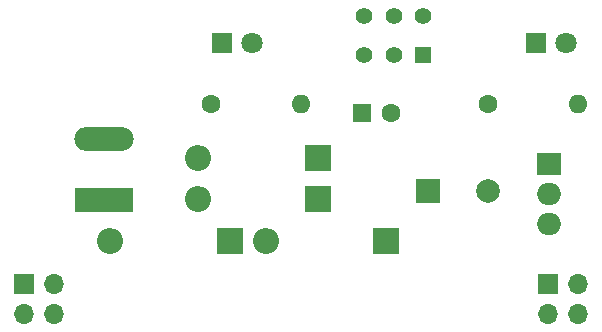
<source format=gbr>
%TF.GenerationSoftware,KiCad,Pcbnew,6.0.5-2.fc35*%
%TF.CreationDate,2022-09-23T18:32:41+02:00*%
%TF.ProjectId,Stromversorgung f_r Breadboard,5374726f-6d76-4657-9273-6f7267756e67,1*%
%TF.SameCoordinates,Original*%
%TF.FileFunction,Soldermask,Bot*%
%TF.FilePolarity,Negative*%
%FSLAX46Y46*%
G04 Gerber Fmt 4.6, Leading zero omitted, Abs format (unit mm)*
G04 Created by KiCad (PCBNEW 6.0.5-2.fc35) date 2022-09-23 18:32:41*
%MOMM*%
%LPD*%
G01*
G04 APERTURE LIST*
%ADD10R,1.800000X1.800000*%
%ADD11C,1.800000*%
%ADD12R,1.400000X1.400000*%
%ADD13C,1.400000*%
%ADD14R,2.200000X2.200000*%
%ADD15O,2.200000X2.200000*%
%ADD16C,1.600000*%
%ADD17O,1.600000X1.600000*%
%ADD18R,2.000000X2.000000*%
%ADD19C,2.000000*%
%ADD20R,2.000000X1.905000*%
%ADD21O,2.000000X1.905000*%
%ADD22R,1.600000X1.600000*%
%ADD23R,5.020000X2.020000*%
%ADD24O,5.020000X2.020000*%
%ADD25R,1.700000X1.700000*%
%ADD26O,1.700000X1.700000*%
G04 APERTURE END LIST*
D10*
%TO.C,D5*%
X133295000Y-68909000D03*
D11*
X135835000Y-68909000D03*
%TD*%
D12*
%TO.C,SW1*%
X150332000Y-69909000D03*
D13*
X147832000Y-69909000D03*
X145332000Y-69909000D03*
X150332000Y-66609000D03*
X147832000Y-66609000D03*
X145332000Y-66609000D03*
%TD*%
D14*
%TO.C,D2*%
X141478000Y-78613000D03*
D15*
X131318000Y-78613000D03*
%TD*%
D16*
%TO.C,R1*%
X132368000Y-74041000D03*
D17*
X139988000Y-74041000D03*
%TD*%
D18*
%TO.C,C1*%
X150794323Y-81407000D03*
D19*
X155794323Y-81407000D03*
%TD*%
D20*
%TO.C,U1*%
X161036000Y-79121000D03*
D21*
X161036000Y-81661000D03*
X161036000Y-84201000D03*
%TD*%
D14*
%TO.C,D3*%
X141478000Y-82042000D03*
D15*
X131318000Y-82042000D03*
%TD*%
D14*
%TO.C,D1*%
X147193000Y-85598000D03*
D15*
X137033000Y-85598000D03*
%TD*%
D14*
%TO.C,D4*%
X133985000Y-85598000D03*
D15*
X123825000Y-85598000D03*
%TD*%
D16*
%TO.C,R2*%
X155829000Y-74041000D03*
D17*
X163449000Y-74041000D03*
%TD*%
D22*
%TO.C,C2*%
X145161000Y-74803000D03*
D16*
X147661000Y-74803000D03*
%TD*%
D10*
%TO.C,D6*%
X159938000Y-68909000D03*
D11*
X162478000Y-68909000D03*
%TD*%
D23*
%TO.C,J1*%
X123317000Y-82163000D03*
D24*
X123317000Y-76983000D03*
%TD*%
D25*
%TO.C,J3*%
X160931000Y-89276000D03*
D26*
X160931000Y-91816000D03*
X163471000Y-89276000D03*
X163471000Y-91816000D03*
%TD*%
D25*
%TO.C,J2*%
X116581000Y-89276000D03*
D26*
X116581000Y-91816000D03*
X119121000Y-89276000D03*
X119121000Y-91816000D03*
%TD*%
M02*

</source>
